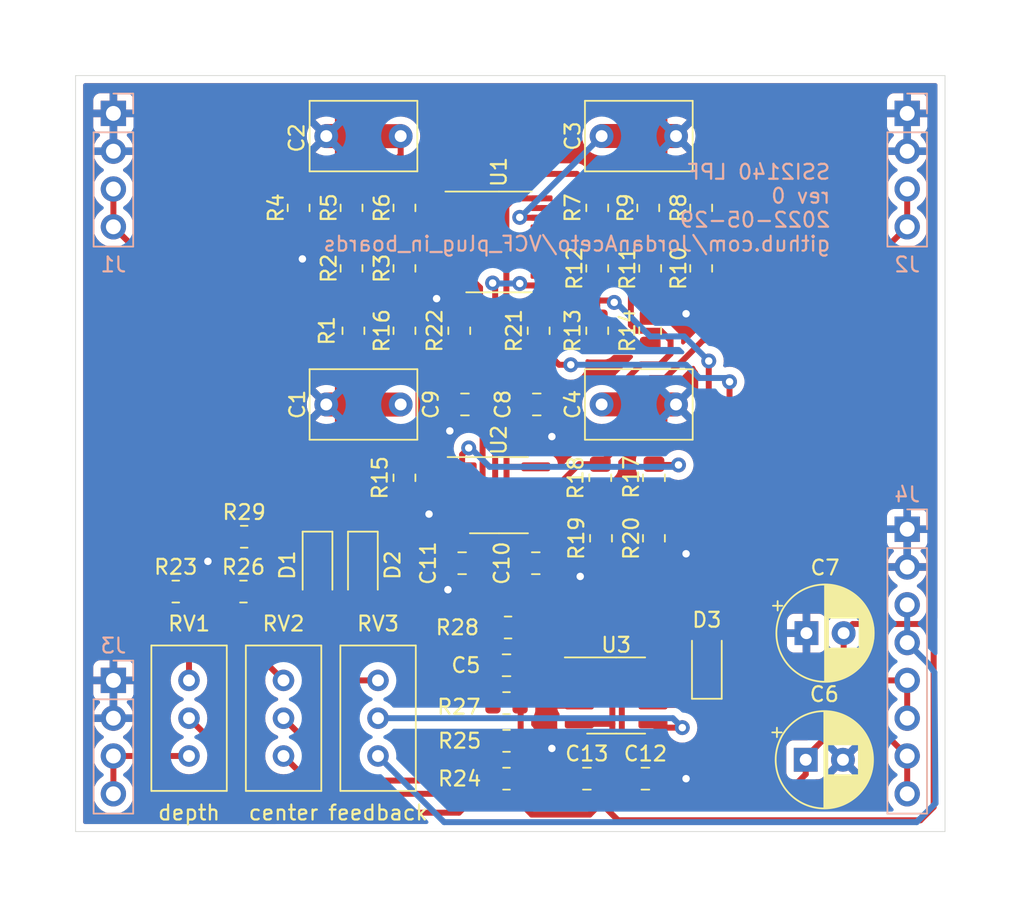
<source format=kicad_pcb>
(kicad_pcb (version 20211014) (generator pcbnew)
  (title_block (title "SSI2140 LPF") (date "2022-05-29") (rev "0") (comment 1 "creativecommons.org/licenses/by/4.0/") (comment 2 "License: CC by 4.0") (comment 3 "Author: Jordan Aceto"))
  (layers (0 "F.Cu" signal) (31 "B.Cu" signal) (34 "B.Paste" user) (35 "F.Paste" user) (36 "B.SilkS" user "B.Silkscreen") (37 "F.SilkS" user "F.Silkscreen") (38 "B.Mask" user) (39 "F.Mask" user) (44 "Edge.Cuts" user))
  (net 0 "")
  (net 1 "+12V")
  (net 2 "GND")
  (net 3 "-12V")
  (net 4 "Net-(C1-Pad1)")
  (net 5 "Net-(C2-Pad1)")
  (net 6 "Net-(C3-Pad1)")
  (net 7 "Net-(C4-Pad1)")
  (net 8 "Net-(RV3-Pad2)")
  (net 9 "Net-(C5-Pad1)")
  (net 10 "Net-(C5-Pad2)")
  (net 11 "Net-(D1-Pad1)")
  (net 12 "/CV_scalers/SCALED_CUTOFF_CV_OUT")
  (net 13 "/CV_scalers/SCALED_FEEDBACK_CV_OUT")
  (net 14 "Net-(D3-Pad2)")
  (net 15 "/VCF_core/DRY_IN")
  (net 16 "/VCF_core/WET_OUT")
  (net 17 "/CV_scalers/RAW_CUTOFF_CV_IN")
  (net 18 "/CV_scalers/RAW_FEEDBACK_CV_IN")
  (net 19 "Net-(R5-Pad1)")
  (net 20 "Net-(R6-Pad2)")
  (net 21 "Net-(R8-Pad1)")
  (net 22 "Net-(R13-Pad2)")
  (net 23 "Net-(R3-Pad2)")
  (net 24 "Net-(R13-Pad1)")
  (net 25 "Net-(R10-Pad1)")
  (net 26 "Net-(R10-Pad2)")
  (net 27 "Net-(R15-Pad1)")
  (net 28 "Net-(R16-Pad2)")
  (net 29 "Net-(R17-Pad2)")
  (net 30 "Net-(R16-Pad1)")
  (net 31 "Net-(R19-Pad2)")
  (net 32 "Net-(R21-Pad1)")
  (net 33 "Net-(R22-Pad2)")
  (net 34 "Net-(R24-Pad1)")
  (net 35 "Net-(R26-Pad1)")
  (net 36 "Net-(R23-Pad1)")
  (net 37 "Net-(R25-Pad1)")
  (net 38 "Net-(R29-Pad1)")
  (footprint "custom_footprints:timing_cap_dual_fp" (layer "F.Cu") (at 113.284 88.138 180)
    (fp_text reference "C1")
    (fp_text value "220p")
  )
  (footprint "Capacitor_SMD:C_0805_2012Metric" (layer "F.Cu") (at 117.414 98.806)
    (fp_text reference "C11")
    (fp_text value "100n")
  )
  (footprint "Capacitor_SMD:C_0805_2012Metric" (layer "F.Cu") (at 122.362 98.806)
    (fp_text reference "C10")
    (fp_text value "100n")
  )
  (footprint "Resistor_SMD:R_0805_2012Metric" (layer "F.Cu") (at 102.7195 100.711 180)
    (fp_text reference "R26")
    (fp_text value "10k")
  )
  (footprint "Capacitor_SMD:C_0805_2012Metric" (layer "F.Cu") (at 117.602 88.138)
    (fp_text reference "C9")
    (fp_text value "100n")
  )
  (footprint "Resistor_SMD:R_0805_2012Metric" (layer "F.Cu") (at 113.538 93.0656 90)
    (fp_text reference "R15")
    (fp_text value "10k")
  )
  (footprint "custom_footprints:timing_cap_dual_fp" (layer "F.Cu") (at 113.284 70.104 180)
    (fp_text reference "C2")
    (fp_text value "220p")
  )
  (footprint "Resistor_SMD:R_0805_2012Metric" (layer "F.Cu") (at 110.109 83.185 90)
    (fp_text reference "R1")
    (fp_text value "10k")
  )
  (footprint "Resistor_SMD:R_0805_2012Metric" (layer "F.Cu") (at 130.048 83.185 90)
    (fp_text reference "R14")
    (fp_text value "1k")
  )
  (footprint "Resistor_SMD:R_0805_2012Metric" (layer "F.Cu") (at 126.492 78.994 -90)
    (fp_text reference "R12")
    (fp_text value "10k")
  )
  (footprint "Resistor_SMD:R_0805_2012Metric" (layer "F.Cu") (at 113.538 78.994 90)
    (fp_text reference "R3")
    (fp_text value "10k")
  )
  (footprint "Capacitor_SMD:C_0805_2012Metric" (layer "F.Cu") (at 120.396 105.664 180)
    (fp_text reference "C5")
    (fp_text value "100p")
  )
  (footprint "Capacitor_THT:CP_Radial_D6.3mm_P2.50mm" (layer "F.Cu") (at 140.549621 103.505)
    (fp_text reference "C7")
    (fp_text value "10u")
  )
  (footprint "Diode_SMD:D_SOD-123" (layer "F.Cu") (at 107.696 98.934 -90)
    (fp_text reference "D1")
    (fp_text value "3z3")
  )
  (footprint "Diode_SMD:D_SOD-123" (layer "F.Cu") (at 110.744 98.934 -90)
    (fp_text reference "D2")
    (fp_text value "1N4148W")
  )
  (footprint "Resistor_SMD:R_0805_2012Metric" (layer "F.Cu") (at 98.171 100.711 180)
    (fp_text reference "R23")
    (fp_text value "10k")
  )
  (footprint "Resistor_SMD:R_0805_2012Metric" (layer "F.Cu") (at 122.555 83.185 -90)
    (fp_text reference "R21")
    (fp_text value "6k8")
  )
  (footprint "Resistor_SMD:R_0805_2012Metric" (layer "F.Cu") (at 109.982 78.994 90)
    (fp_text reference "R2")
    (fp_text value "200")
  )
  (footprint "Resistor_SMD:R_0805_2012Metric" (layer "F.Cu") (at 129.921 74.93 -90)
    (fp_text reference "R9")
    (fp_text value "10k")
  )
  (footprint "Capacitor_SMD:C_0805_2012Metric" (layer "F.Cu") (at 122.428 88.138)
    (fp_text reference "C8")
    (fp_text value "100n")
  )
  (footprint "Potentiometer_THT:Potentiometer_Bourns_3296W_Vertical" (layer "F.Cu") (at 99.06 106.68 90)
    (fp_text reference "RV1")
    (fp_text value "10k")
  )
  (footprint "Package_SO:TSSOP-20_4.4x6.5mm_P0.65mm" (layer "F.Cu") (at 119.888 77.216)
    (fp_text reference "U1")
    (fp_text value "SSI2140")
  )
  (footprint "Resistor_SMD:R_0805_2012Metric" (layer "F.Cu") (at 126.492 74.93 -90)
    (fp_text reference "R7")
    (fp_text value "10k")
  )
  (footprint "Resistor_SMD:R_0805_2012Metric" (layer "F.Cu") (at 133.477 74.93 -90)
    (fp_text reference "R8")
    (fp_text value "200")
  )
  (footprint "Capacitor_SMD:C_0805_2012Metric" (layer "F.Cu") (at 125.796 113.284)
    (fp_text reference "C13")
    (fp_text value "100n")
  )
  (footprint "Package_SO:SOIC-8_3.9x4.9mm_P1.27mm" (layer "F.Cu") (at 127.762 107.696)
    (fp_text reference "U3")
    (fp_text value "TL072")
  )
  (footprint "Potentiometer_THT:Potentiometer_Bourns_3296W_Vertical" (layer "F.Cu") (at 111.76 106.68 90)
    (fp_text reference "RV3")
    (fp_text value "10k")
  )
  (footprint "Resistor_SMD:R_0805_2012Metric" (layer "F.Cu") (at 102.7665 97.028 180)
    (fp_text reference "R29")
    (fp_text value "10k")
  )
  (footprint "custom_footprints:timing_cap_dual_fp" (layer "F.Cu") (at 126.786 70.104)
    (fp_text reference "C3")
    (fp_text value "220p")
  )
  (footprint "Resistor_SMD:R_0805_2012Metric" (layer "F.Cu") (at 126.746 97.1296 90)
    (fp_text reference "R19")
    (fp_text value "10k")
  )
  (footprint "Capacitor_THT:CP_Radial_D6.3mm_P2.50mm" (layer "F.Cu") (at 140.502 112.014)
    (fp_text reference "C6")
    (fp_text value "10u")
  )
  (footprint "Resistor_SMD:R_0805_2012Metric" (layer "F.Cu") (at 113.538 83.185 -90)
    (fp_text reference "R16")
    (fp_text value "10k")
  )
  (footprint "Resistor_SMD:R_0805_2012Metric" (layer "F.Cu") (at 130.302 97.1296 -90)
    (fp_text reference "R20")
    (fp_text value "10k")
  )
  (footprint "Resistor_SMD:R_0805_2012Metric" (layer "F.Cu") (at 120.396 108.204 180)
    (fp_text reference "R27")
    (fp_text value "200k")
  )
  (footprint "Resistor_SMD:R_0805_2012Metric" (layer "F.Cu") (at 106.426 74.93 90)
    (fp_text reference "R4")
    (fp_text value "10k")
  )
  (footprint "Diode_SMD:D_SOD-123" (layer "F.Cu") (at 133.858 105.664 90)
    (fp_text reference "D3")
    (fp_text value "1N4148W")
  )
  (footprint "Resistor_SMD:R_0805_2012Metric" (layer "F.Cu") (at 120.396 113.284)
    (fp_text reference "R24")
    (fp_text value "33k")
  )
  (footprint "Package_SO:SOIC-8_3.9x4.9mm_P1.27mm" (layer "F.Cu") (at 119.888 94.234)
    (fp_text reference "U2")
    (fp_text value "TL072")
  )
  (footprint "custom_footprints:timing_cap_dual_fp" (layer "F.Cu") (at 126.786 88.138)
    (fp_text reference "C4")
    (fp_text value "220p")
  )
  (footprint "Potentiometer_THT:Potentiometer_Bourns_3296W_Vertical" (layer "F.Cu") (at 105.41 106.68 90)
    (fp_text reference "RV2")
    (fp_text value "10k")
  )
  (footprint "Capacitor_SMD:C_0805_2012Metric" (layer "F.Cu") (at 129.728 113.284)
    (fp_text reference "C12")
    (fp_text value "100n")
  )
  (footprint "Resistor_SMD:R_0805_2012Metric" (layer "F.Cu") (at 109.982 74.93 90)
    (fp_text reference "R5")
    (fp_text value "200")
  )
  (footprint "Resistor_SMD:R_0805_2012Metric" (layer "F.Cu") (at 130.302 93.0656 -90)
    (fp_text reference "R17")
    (fp_text value "10k")
  )
  (footprint "Resistor_SMD:R_0805_2012Metric" (layer "F.Cu") (at 126.6952 93.0656 90)
    (fp_text reference "R18")
    (fp_text value "10k")
  )
  (footprint "Resistor_SMD:R_0805_2012Metric" (layer "F.Cu") (at 113.538 74.93 90)
    (fp_text reference "R6")
    (fp_text value "10k")
  )
  (footprint "Resistor_SMD:R_0805_2012Metric" (layer "F.Cu") (at 117.221 83.185 90)
    (fp_text reference "R22")
    (fp_text value "56k")
  )
  (footprint "Resistor_SMD:R_0805_2012Metric" (layer "F.Cu") (at 120.4995 103.124)
    (fp_text reference "R28")
    (fp_text value "1k")
  )
  (footprint "Resistor_SMD:R_0805_2012Metric" (layer "F.Cu") (at 130.048 78.994 -90)
    (fp_text reference "R11")
    (fp_text value "200")
  )
  (footprint "Resistor_SMD:R_0805_2012Metric" (layer "F.Cu") (at 133.477 78.994 -90)
    (fp_text reference "R10")
    (fp_text value "10k")
  )
  (footprint "Resistor_SMD:R_0805_2012Metric" (layer "F.Cu") (at 120.396 110.744)
    (fp_text reference "R25")
    (fp_text value "200k")
  )
  (footprint "Resistor_SMD:R_0805_2012Metric" (layer "F.Cu") (at 126.492 83.185 -90)
    (fp_text reference "R13")
    (fp_text value "8k2")
  )
  (footprint "Connector_PinHeader_2.54mm:PinHeader_1x04_P2.54mm_Vertical" (layer "B.Cu") (at 93.98 68.58 180)
    (fp_text reference "J1")
    (fp_text value "signal_input")
  )
  (footprint "Connector_PinHeader_2.54mm:PinHeader_1x04_P2.54mm_Vertical" (layer "B.Cu") (at 93.98 106.68 180)
    (fp_text reference "J3")
    (fp_text value "cutoff_CV_input")
  )
  (footprint "Connector_PinHeader_2.54mm:PinHeader_1x04_P2.54mm_Vertical" (layer "B.Cu") (at 147.32 68.58 180)
    (fp_text reference "J2")
    (fp_text value "signal_output")
  )
  (footprint "Connector_PinHeader_2.54mm:PinHeader_1x08_P2.54mm_Vertical" (layer "B.Cu") (at 147.32 96.52 180)
    (fp_text reference "J4")
    (fp_text value "feedback_CV_and_PS")
  )
  (gr_line (start 149.86 66.04) (end 91.44 66.04) (layer "Edge.Cuts") (width 0.05))
  (gr_line (start 91.44 116.84) (end 149.86 116.84) (layer "Edge.Cuts") (width 0.05))
  (gr_line (start 149.86 116.84) (end 149.86 66.04) (layer "Edge.Cuts") (width 0.05))
  (gr_line (start 91.44 66.04) (end 91.44 116.84) (layer "Edge.Cuts") (width 0.05))
  (gr_text "SSI2140 LPF\nrev 0\n2022-05-29\ngithub.com/JordanAceto/VCF_plug_in_boards" (at 142.24 74.93) (layer "B.SilkS") (effects (font (size 1 1)) (justify left mirror)))
  (gr_text "feedback" (at 111.76 115.57) (layer "F.SilkS") (effects (font (size 1 1))))
  (gr_text "depth" (at 99.06 115.57) (layer "F.SilkS") (effects (font (size 1 1))))
  (gr_text "center" (at 105.41 115.57) (layer "F.SilkS") (effects (font (size 1 1))))
  (segment (start 125.222 101.727) (end 123.698 101.727) (width 0.4) (layer "F.Cu") (net 1))
  (segment (start 120.523 92.329) (end 122.363 92.329) (width 0.4) (layer "F.Cu") (net 1))
  (segment (start 121.412 98.806) (end 120.396 97.79) (width 0.4) (layer "F.Cu") (net 1))
  (segment (start 128.143 112.649) (end 128.143 105.791) (width 0.4) (layer "F.Cu") (net 1))
  (segment (start 142.113 110.236) (end 140.502 111.847) (width 0.4) (layer "F.Cu") (net 1))
  (segment (start 128.143 104.648) (end 125.222 101.727) (width 0.4) (layer "F.Cu") (net 1))
  (segment (start 120.396 88.138) (end 120.385499 88.127499) (width 0.4) (layer "F.Cu") (net 1))
  (segment (start 140.502 112.99) (end 138.303 115.189) (width 0.4) (layer "F.Cu") (net 1))
  (segment (start 120.396 97.79) (end 120.396 92.202) (width 0.4) (layer "F.Cu") (net 1))
  (segment (start 140.502 112.014) (end 140.502 112.99) (width 0.4) (layer "F.Cu") (net 1))
  (segment (start 120.385499 88.127499) (end 120.385499 74.813501) (width 0.4) (layer "F.Cu") (net 1))
  (segment (start 121.412 99.441) (end 121.412 98.806) (width 0.4) (layer "F.Cu") (net 1))
  (segment (start 147.32 111.76) (end 145.796 110.236) (width 0.4) (layer "F.Cu") (net 1))
  (segment (start 129.413 115.189) (end 128.778 114.554) (width 0.4) (layer "F.Cu") (net 1))
  (segment (start 120.396 92.202) (end 120.523 92.329) (width 0.4) (layer "F.Cu") (net 1))
  (segment (start 138.303 115.189) (end 129.413 115.189) (width 0.4) (layer "F.Cu") (net 1))
  (segment (start 123.698 101.727) (end 121.412 99.441) (width 0.4) (layer "F.Cu") (net 1))
  (segment (start 120.908 74.291) (end 122.7505 74.291) (width 0.4) (layer "F.Cu") (net 1))
  (segment (start 120.385499 74.813501) (end 120.908 74.291) (width 0.4) (layer "F.Cu") (net 1))
  (segment (start 128.778 114.554) (end 128.778 113.284) (width 0.4) (layer "F.Cu") (net 1))
  (segment (start 128.778 113.284) (end 128.143 112.649) (width 0.4) (layer "F.Cu") (net 1))
  (segment (start 128.143 105.791) (end 128.143 104.648) (width 0.4) (layer "F.Cu") (net 1))
  (segment (start 145.796 110.236) (end 142.113 110.236) (width 0.4) (layer "F.Cu") (net 1))
  (segment (start 147.32 111.76) (end 147.32 114.3) (width 0.4) (layer "F.Cu") (net 1))
  (segment (start 120.396 92.202) (end 120.396 88.138) (width 0.4) (layer "F.Cu") (net 1))
  (segment (start 140.502 111.847) (end 140.502 112.014) (width 0.4) (layer "F.Cu") (net 1))
  (segment (start 120.396 88.138) (end 121.478 88.138) (width 0.4) (layer "F.Cu") (net 1))
  (segment (start 130.237 105.791) (end 128.143 105.791) (width 0.4) (layer "F.Cu") (net 1))
  (segment (start 117.0255 80.141) (end 116.582 80.141) (width 0.4) (layer "F.Cu") (net 2))
  (segment (start 116.582 80.141) (end 115.697 81.026) (width 0.4) (layer "F.Cu") (net 2))
  (via (at 132.461 82.042) (size 1) (drill 0.5) (layers "F.Cu" "B.Cu") (net 2))
  (via (at 123.444 111.252) (size 1) (drill 0.5) (layers "F.Cu" "B.Cu") (net 2))
  (via (at 123.444 90.297) (size 1) (drill 0.5) (layers "F.Cu" "B.Cu") (net 2))
  (via (at 116.459 100.584) (size 1) (drill 0.5) (layers "F.Cu" "B.Cu") (net 2))
  (via (at 106.68 78.359) (size 1) (drill 0.5) (layers "F.Cu" "B.Cu") (net 2))
  (via (at 116.586 89.916) (size 1) (drill 0.5) (layers "F.Cu" "B.Cu") (net 2))
  (via (at 115.189 95.504) (size 1) (drill 0.5) (layers "F.Cu" "B.Cu") (net 2))
  (via (at 132.461 113.284) (size 1) (drill 0.5) (layers "F.Cu" "B.Cu") (net 2))
  (via (at 115.697 81.026) (size 1) (drill 0.5) (layers "F.Cu" "B.Cu") (net 2))
  (via (at 100.33 98.679) (size 1) (drill 0.5) (layers "F.Cu" "B.Cu") (net 2))
  (via (at 132.461 98.171) (size 1) (drill 0.5) (layers "F.Cu" "B.Cu") (net 2))
  (via (at 125.349 99.695) (size 1) (drill 0.5) (layers "F.Cu" "B.Cu") (net 2))
  (segment (start 120.39648 112.565441) (end 120.39648 114.003039) (width 0.4) (layer "F.Cu") (net 3))
  (segment (start 148.209 116.078) (end 127.889 116.078) (width 0.4) (layer "F.Cu") (net 3))
  (segment (start 143.664132 102.890489) (end 148.483489 102.890489) (width 0.4) (layer "F.Cu") (net 3))
  (segment (start 119.634 80.151289) (end 119.462458 79.979747) (width 0.4) (layer "F.Cu") (net 3))
  (segment (start 147.32 106.68) (end 147.32 109.22) (width 0.4) (layer "F.Cu") (net 3))
  (segment (start 149.098 115.189) (end 148.209 116.078) (width 0.4) (layer "F.Cu") (net 3))
  (segment (start 118.491 98.933) (end 118.364 98.806) (width 0.4) (layer "F.Cu") (net 3))
  (segment (start 127.508 109.601) (end 125.287 109.601) (width 0.4) (layer "F.Cu") (net 3))
  (segment (start 143.049621 103.505) (end 143.664132 102.890489) (width 0.4) (layer "F.Cu") (net 3))
  (segment (start 118.679 88.011) (end 118.552 88.138) (width 0.4) (layer "F.Cu") (net 3))
  (segment (start 119.634 98.933) (end 118.491 98.933) (width 0.4) (layer "F.Cu") (net 3))
  (segment (start 116.836441 114.3) (end 118.951961 112.18448) (width 0.4) (layer "F.Cu") (net 3))
  (segment (start 121.416 80.141) (end 122.7505 80.141) (width 0.4) (layer "F.Cu") (net 3))
  (segment (start 143.049621 105.076621) (end 143.049621 103.505) (width 0.4) (layer "F.Cu") (net 3))
  (segment (start 107.95 114.3) (end 116.836441 114.3) (width 0.4) (layer "F.Cu") (net 3))
  (segment (start 120.015519 112.18448) (end 120.39648 112.565441) (width 0.4) (layer "F.Cu") (net 3))
  (segment (start 120.39648 114.003039) (end 122.090441 115.697) (width 0.4) (layer "F.Cu") (net 3))
  (segment (start 117.413 96.139) (end 118.237 96.139) (width 0.4) (layer "F.Cu") (net 3))
  (segment (start 127.508 112.522) (end 127.508 109.601) (width 0.4) (layer "F.Cu") (net 3))
  (segment (start 125.095 102.489) (end 127.508 104.902) (width 0.4) (layer "F.Cu") (net 3))
  (segment (start 105.41 111.76) (end 107.95 114.3) (width 0.4) (layer "F.Cu") (net 3))
  (segment (start 144.653 106.68) (end 143.049621 105.076621) (width 0.4) (layer "F.Cu") (net 3))
  (segment (start 119.634 88.011) (end 119.634 80.151289) (width 0.4) (layer "F.Cu") (net 3))
  (segment (start 118.364 96.266) (end 118.364 98.806) (width 0.4) (layer "F.Cu") (net 3))
  (segment (start 121.285 80.01) (end 121.416 80.141) (width 0.4) (layer "F.Cu") (net 3))
  (segment (start 125.095 102.489) (end 123.19 102.489) (width 0.4) (layer "F.Cu") (net 3))
  (segment (start 122.090441 115.697) (end 125.984 115.697) (width 0.4) (layer "F.Cu") (net 3))
  (segment (start 119.634 98.933) (end 119.634 88.011) (width 0.4) (layer "F.Cu") (net 3))
  (segment (start 148.483489 102.890489) (end 149.098 103.505) (width 0.4) (layer "F.Cu") (net 3))
  (segment (start 126.746 113.284) (end 127.508 112.522) (width 0.4) (layer "F.Cu") (net 3))
  (segment (start 123.19 102.489) (end 119.634 98.933) (width 0.4) (layer "F.Cu") (net 3))
  (segment (start 118.951961 112.18448) (end 120.015519 112.18448) (width 0.4) (layer "F.Cu") (net 3))
  (segment (start 149.098 103.505) (end 149.098 115.189) (width 0.4) (layer "F.Cu") (net 3))
  (segment (start 147.32 106.68) (end 144.653 106.68) (width 0.4) (layer "F.Cu") (net 3))
  (segment (start 127.889 116.078) (end 126.746 114.935) (width 0.4) (layer "F.Cu") (net 3))
  (segment (start 118.237 96.139) (end 118.364 96.266) (width 0.4) (layer "F.Cu") (net 3))
  (segment (start 125.984 115.697) (end 126.746 114.935) (width 0.4) (layer "F.Cu") (net 3))
  (segment (start 119.634 88.011) (end 118.679 88.011) (width 0.4) (layer "F.Cu") (net 3))
  (segment (start 127.508 109.601) (end 127.508 104.902) (width 0.4) (layer "F.Cu") (net 3))
  (segment (start 126.746 114.935) (end 126.746 113.284) (width 0.4) (layer "F.Cu") (net 3))
  (via (at 121.285 80.01) (size 1) (drill 0.5) (layers "F.Cu" "B.Cu") (net 3))
  (via (at 119.462458 79.979747) (size 1) (drill 0.5) (layers "F.Cu" "B.Cu") (net 3))
  (segment (start 119.492711 80.01) (end 119.462458 79.979747) (width 0.4) (layer "B.Cu") (net 3))
  (segment (start 121.285 80.01) (end 119.492711 80.01) (width 0.4) (layer "B.Cu") (net 3))
  (segment (start 108.88248 79.374961) (end 108.88248 82.677039) (width 0.4) (layer "F.Cu") (net 4))
  (segment (start 114.63752 77.640494) (end 114.63752 78.613039) (width 0.4) (layer "F.Cu") (net 4))
  (segment (start 114.257039 78.99352) (end 109.263921 78.99352) (width 0.4) (layer "F.Cu") (net 4))
  (segment (start 114.63752 78.613039) (end 114.257039 78.99352) (width 0.4) (layer "F.Cu") (net 4))
  (segment (start 109.390921 83.18548) (end 110.87148 83.18548) (width 0.4) (layer "F.Cu") (net 4))
  (segment (start 109.263921 78.99352) (end 108.88248 79.374961) (width 0.4) (layer "F.Cu") (net 4))
  (segment (start 108.88248 82.677039) (end 109.390921 83.18548) (width 0.4) (layer "F.Cu") (net 4))
  (segment (start 117.0255 76.891) (end 115.387014 76.891) (width 0.4) (layer "F.Cu") (net 4))
  (segment (start 111.8235 84.1375) (end 111.8235 88.138) (width 0.4) (layer "F.Cu") (net 4))
  (segment (start 110.87148 83.18548) (end 111.8235 84.1375) (width 0.4) (layer "F.Cu") (net 4))
  (segment (start 115.387014 76.891) (end 114.63752 77.640494) (width 0.4) (layer "F.Cu") (net 4))
  (segment (start 112.43848 72.21952) (end 113.284 71.374) (width 0.4) (layer "F.Cu") (net 5))
  (segment (start 112.43848 74.549039) (end 112.43848 72.21952) (width 0.4) (layer "F.Cu") (net 5))
  (segment (start 113.284 71.374) (end 113.284 70.104) (width 0.4) (layer "F.Cu") (net 5))
  (segment (start 117.0255 74.941) (end 117.01402 74.92952) (width 0.4) (layer "F.Cu") (net 5))
  (segment (start 117.01402 74.92952) (end 112.818961 74.92952) (width 0.4) (layer "F.Cu") (net 5))
  (segment (start 112.818961 74.92952) (end 112.43848 74.549039) (width 0.4) (layer "F.Cu") (net 5))
  (segment (start 121.311 75.591) (end 121.285 75.565) (width 0.4) (layer "F.Cu") (net 6))
  (segment (start 122.7505 75.591) (end 121.311 75.591) (width 0.4) (layer "F.Cu") (net 6))
  (via (at 121.285 75.565) (size 1) (drill 0.5) (layers "F.Cu" "B.Cu") (net 6))
  (segment (start 121.325 75.565) (end 126.786 70.104) (width 0.4) (layer "B.Cu") (net 6))
  (segment (start 121.285 75.565) (end 121.325 75.565) (width 0.4) (layer "B.Cu") (net 6))
  (segment (start 128.3208 87.4223) (end 127.6115 88.1316) (width 0.4) (layer "F.Cu") (net 7))
  (segment (start 125.39248 78.613039) (end 125.772961 78.99352) (width 0.4) (layer "F.Cu") (net 7))
  (segment (start 130.767039 83.18548) (end 131.4196 83.838041) (width 0.4) (layer "F.Cu") (net 7))
  (segment (start 127.210079 78.99352) (end 128.7526 80.536041) (width 0.4) (layer "F.Cu") (net 7))
  (segment (start 129.4384 85.4456) (end 128.3208 86.5632) (width 0.4) (layer "F.Cu") (net 7))
  (segment (start 124.784986 77.541) (end 125.39248 78.148494) (width 0.4) (layer "F.Cu") (net 7))
  (segment (start 125.772961 78.99352) (end 127.210079 78.99352) (width 0.4) (layer "F.Cu") (net 7))
  (segment (start 125.39248 78.148494) (end 125.39248 78.613039) (width 0.4) (layer "F.Cu") (net 7))
  (segment (start 130.7084 85.4456) (end 129.4384 85.4456) (width 0.4) (layer "F.Cu") (net 7))
  (segment (start 128.3208 86.5632) (end 128.3208 87.4223) (width 0.4) (layer "F.Cu") (net 7))
  (segment (start 128.7526 80.536041) (end 128.7526 82.804) (width 0.4) (layer "F.Cu") (net 7))
  (segment (start 131.4196 83.838041) (end 131.4196 84.7344) (width 0.4) (layer "F.Cu") (net 7))
  (segment (start 131.4196 84.7344) (end 130.7084 85.4456) (width 0.4) (layer "F.Cu") (net 7))
  (segment (start 128.7526 82.804) (end 129.13408 83.18548) (width 0.4) (layer "F.Cu") (net 7))
  (segment (start 122.7505 77.541) (end 124.784986 77.541) (width 0.4) (layer "F.Cu") (net 7))
  (segment (start 129.13408 83.18548) (end 130.767039 83.18548) (width 0.4) (layer "F.Cu") (net 7))
  (segment (start 130.491 109.855) (end 130.237 109.601) (width 0.4) (layer "F.Cu") (net 8))
  (segment (start 132.207 109.855) (end 130.491 109.855) (width 0.4) (layer "F.Cu") (net 8))
  (via (at 132.207 109.855) (size 1) (drill 0.5) (layers "F.Cu" "B.Cu") (net 8))
  (segment (start 131.572 109.22) (end 132.207 109.855) (width 0.4) (layer "B.Cu") (net 8))
  (segment (start 111.76 109.22) (end 131.572 109.22) (width 0.4) (layer "B.Cu") (net 8))
  (segment (start 121.346 106.873) (end 121.346 113.2465) (width 0.4) (layer "F.Cu") (net 9))
  (segment (start 121.346 113.2465) (end 121.3085 113.284) (width 0.4) (layer "F.Cu") (net 9))
  (segment (start 125.287 107.061) (end 121.534 107.061) (width 0.4) (layer "F.Cu") (net 9))
  (segment (start 121.534 107.061) (end 121.346 106.873) (width 0.4) (layer "F.Cu") (net 9))
  (segment (start 121.346 105.664) (end 121.346 106.873) (width 0.4) (layer "F.Cu") (net 9))
  (segment (start 122.301 104.394) (end 120.857 104.394) (width 0.4) (layer "F.Cu") (net 10))
  (segment (start 120.857 104.394) (end 119.587 103.124) (width 0.4) (layer "F.Cu") (net 10))
  (segment (start 123.698 105.791) (end 122.301 104.394) (width 0.4) (layer "F.Cu") (net 10))
  (segment (start 125.287 105.791) (end 123.698 105.791) (width 0.4) (layer "F.Cu") (net 10))
  (segment (start 119.4835 103.2275) (end 119.587 103.124) (width 0.4) (layer "F.Cu") (net 10))
  (segment (start 119.4835 108.204) (end 119.4835 103.2275) (width 0.4) (layer "F.Cu") (net 10))
  (segment (start 110.744 97.284) (end 107.696 97.284) (width 0.4) (layer "F.Cu") (net 11))
  (segment (start 106.045 98.933) (end 107.696 100.584) (width 0.4) (layer "F.Cu") (net 12))
  (segment (start 112.141 89.916) (end 106.045 96.012) (width 0.4) (layer "F.Cu") (net 12))
  (segment (start 109.728 102.616) (end 107.696 100.584) (width 0.4) (layer "F.Cu") (net 12))
  (segment (start 118.463941 102.616) (end 109.728 102.616) (width 0.4) (layer "F.Cu") (net 12))
  (segment (start 112.818961 83.18548) (end 112.43848 83.565961) (width 0.4) (layer "F.Cu") (net 12))
  (segment (start 113.792 89.916) (end 112.141 89.916) (width 0.4) (layer "F.Cu") (net 12))
  (segment (start 114.483511 87.051511) (end 114.483511 89.224489) (width 0.4) (layer "F.Cu") (net 12))
  (segment (start 106.045 96.012) (end 106.045 98.933) (width 0.4) (layer "F.Cu") (net 12))
  (segment (start 117.221 84.0975) (end 116.30898 83.18548) (width 0.4) (layer "F.Cu") (net 12))
  (segment (start 120.31248 102.02448) (end 119.055461 102.02448) (width 0.4) (layer "F.Cu") (net 12))
  (segment (start 114.483511 89.224489) (end 113.792 89.916) (width 0.4) (layer "F.Cu") (net 12))
  (segment (start 112.43848 83.565961) (end 112.43848 85.00648) (width 0.4) (layer "F.Cu") (net 12))
  (segment (start 121.412 103.124) (end 120.31248 102.02448) (width 0.4) (layer "F.Cu") (net 12))
  (segment (start 119.055461 102.02448) (end 118.463941 102.616) (width 0.4) (layer "F.Cu") (net 12))
  (segment (start 116.30898 83.18548) (end 112.818961 83.18548) (width 0.4) (layer "F.Cu") (net 12))
  (segment (start 112.43848 85.00648) (end 114.483511 87.051511) (width 0.4) (layer "F.Cu") (net 12))
  (segment (start 124.714 85.471) (end 123.9285 85.471) (width 0.4) (layer "F.Cu") (net 13))
  (segment (start 132.841 108.331) (end 133.858 107.314) (width 0.4) (layer "F.Cu") (net 13))
  (segment (start 133.858 107.314) (end 135.382 105.79) (width 0.4) (layer "F.Cu") (net 13))
  (segment (start 130.237 108.331) (end 132.841 108.331) (width 0.4) (layer "F.Cu") (net 13))
  (segment (start 123.9285 85.471) (end 122.555 84.0975) (width 0.4) (layer "F.Cu") (net 13))
  (segment (start 135.382 105.79) (end 135.382 86.614) (width 0.4) (layer "F.Cu") (net 13))
  (via (at 124.714 85.471) (size 1) (drill 0.5) (layers "F.Cu" "B.Cu") (net 13))
  (via (at 135.382 86.614) (size 1) (drill 0.5) (layers "F.Cu" "B.Cu") (net 13))
  (segment (start 132.461 85.471) (end 124.714 85.471) (width 0.4) (layer "B.Cu") (net 13))
  (segment (start 133.35 86.36) (end 132.461 85.471) (width 0.4) (layer "B.Cu") (net 13))
  (segment (start 135.128 86.36) (end 133.35 86.36) (width 0.4) (layer "B.Cu") (net 13))
  (segment (start 135.382 86.614) (end 135.128 86.36) (width 0.4) (layer "B.Cu") (net 13))
  (segment (start 130.237 107.061) (end 131.191 107.061) (width 0.4) (layer "F.Cu") (net 14))
  (segment (start 133.858 104.394) (end 133.858 104.014) (width 0.4) (layer "F.Cu") (net 14))
  (segment (start 131.191 107.061) (end 133.858 104.394) (width 0.4) (layer "F.Cu") (net 14))
  (segment (start 101.8775 84.0975) (end 93.98 76.2) (width 0.4) (layer "F.Cu") (net 15))
  (segment (start 93.98 73.66) (end 93.98 76.2) (width 0.4) (layer "F.Cu") (net 15))
  (segment (start 110.109 84.0975) (end 101.8775 84.0975) (width 0.4) (layer "F.Cu") (net 15))
  (segment (start 125.2709 92.1531) (end 126.6952 92.1531) (width 0.4) (layer "F.Cu") (net 16))
  (segment (start 139.7 83.82) (end 147.32 76.2) (width 0.4) (layer "F.Cu") (net 16))
  (segment (start 126.6952 92.1531) (end 129.28102 89.56728) (width 0.4) (layer "F.Cu") (net 16))
  (segment (start 123.825 93.599) (end 125.2709 92.1531) (width 0.4) (layer "F.Cu") (net 16))
  (segment (start 147.32 73.66) (end 147.32 76.2) (width 0.4) (layer "F.Cu") (net 16))
  (segment (start 129.28102 87.147971) (end 130.068991 86.36) (width 0.4) (layer "F.Cu") (net 16))
  (segment (start 131.064 86.36) (end 133.604 83.82) (width 0.4) (layer "F.Cu") (net 16))
  (segment (start 129.28102 89.56728) (end 129.28102 87.147971) (width 0.4) (layer "F.Cu") (net 16))
  (segment (start 122.363 93.599) (end 123.825 93.599) (width 0.4) (layer "F.Cu") (net 16))
  (segment (start 133.604 83.82) (end 139.7 83.82) (width 0.4) (layer "F.Cu") (net 16))
  (segment (start 130.068991 86.36) (end 131.064 86.36) (width 0.4) (layer "F.Cu") (net 16))
  (segment (start 99.06 111.76) (end 93.98 111.76) (width 0.4) (layer "F.Cu") (net 17))
  (segment (start 93.98 114.3) (end 93.98 111.76) (width 0.4) (layer "F.Cu") (net 17))
  (segment (start 149.225 114.935) (end 149.1488 106.1466) (width 0.4) (layer "B.Cu") (net 18))
  (segment (start 149.1488 106.1466) (end 148.717 105.537) (width 0.4) (layer "B.Cu") (net 18))
  (segment (start 111.76 111.76) (end 116.205 116.205) (width 0.4) (layer "B.Cu") (net 18))
  (segment (start 148.717 105.537) (end 147.32 104.14) (width 0.4) (layer "B.Cu") (net 18))
  (segment (start 147.955 116.205) (end 149.225 114.935) (width 0.4) (layer "B.Cu") (net 18))
  (segment (start 147.32 104.14) (end 147.32 101.6) (width 0.4) (layer "B.Cu") (net 18))
  (segment (start 116.205 116.205) (end 147.955 116.205) (width 0.4) (layer "B.Cu") (net 18))
  (segment (start 106.9105 74.0175) (end 106.426 74.0175) (width 0.4) (layer "F.Cu") (net 19))
  (segment (start 108.7355 75.8425) (end 106.9105 74.0175) (width 0.4) (layer "F.Cu") (net 19))
  (segment (start 109.982 75.8425) (end 108.7355 75.8425) (width 0.4) (layer "F.Cu") (net 19))
  (segment (start 110.2335 75.591) (end 109.982 75.8425) (width 0.4) (layer "F.Cu") (net 19))
  (segment (start 117.0255 75.591) (end 110.2335 75.591) (width 0.4) (layer "F.Cu") (net 19))
  (segment (start 117.0255 74.291) (end 113.8115 74.291) (width 0.4) (layer "F.Cu") (net 20))
  (segment (start 113.8115 74.291) (end 113.538 74.0175) (width 0.4) (layer "F.Cu") (net 20))
  (segment (start 117.0255 73.8555) (end 117.0255 74.291) (width 0.4) (layer "F.Cu") (net 20))
  (segment (start 126.492 74.0175) (end 125.1185 72.644) (width 0.4) (layer "F.Cu") (net 20))
  (segment (start 118.237 72.644) (end 117.0255 73.8555) (width 0.4) (layer "F.Cu") (net 20))
  (segment (start 125.1185 72.644) (end 118.237 72.644) (width 0.4) (layer "F.Cu") (net 20))
  (segment (start 128.096 75.8425) (end 129.921 74.0175) (width 0.4) (layer "F.Cu") (net 21))
  (segment (start 125.5905 74.941) (end 126.492 75.8425) (width 0.4) (layer "F.Cu") (net 21))
  (segment (start 122.7505 74.941) (end 125.5905 74.941) (width 0.4) (layer "F.Cu") (net 21))
  (segment (start 133.477 74.0175) (end 129.921 74.0175) (width 0.4) (layer "F.Cu") (net 21))
  (segment (start 126.492 75.8425) (end 128.096 75.8425) (width 0.4) (layer "F.Cu") (net 21))
  (segment (start 126.492 84.0975) (end 130.048 84.0975) (width 0.4) (layer "F.Cu") (net 22))
  (segment (start 123.976903 79.041978) (end 123.775925 78.841) (width 0.4) (layer "F.Cu") (net 22))
  (segment (start 124.968 79.974142) (end 124.035836 79.041978) (width 0.4) (layer "F.Cu") (net 22))
  (segment (start 126.492 84.0975) (end 124.968 82.5735) (width 0.4) (layer "F.Cu") (net 22))
  (segment (start 123.775925 78.841) (end 122.7505 78.841) (width 0.4) (layer "F.Cu") (net 22))
  (segment (start 124.035836 79.041978) (end 123.976903 79.041978) (width 0.4) (layer "F.Cu") (net 22))
  (segment (start 124.968 82.5735) (end 124.968 79.974142) (width 0.4) (layer "F.Cu") (net 22))
  (segment (start 115.189164 76.241) (end 113.538 77.892164) (width 0.4) (layer "F.Cu") (net 23))
  (segment (start 112.3677 76.9112) (end 107.4947 76.9112) (width 0.4) (layer "F.Cu") (net 23))
  (segment (start 107.4947 76.9112) (end 106.426 75.8425) (width 0.4) (layer "F.Cu") (net 23))
  (segment (start 113.538 77.892164) (end 113.538 78.0815) (width 0.4) (layer "F.Cu") (net 23))
  (segment (start 117.0255 76.241) (end 115.189164 76.241) (width 0.4) (layer "F.Cu") (net 23))
  (segment (start 113.538 78.0815) (end 112.3677 76.9112) (width 0.4) (layer "F.Cu") (net 23))
  (segment (start 124.792969 78.733133) (end 124.79297 78.861365) (width 0.4) (layer "F.Cu") (net 24))
  (segment (start 127.65898 97.12912) (end 131.021039 97.12912) (width 0.4) (layer "F.Cu") (net 24))
  (segment (start 125.838105 79.9065) (end 126.492 79.9065) (width 0.4) (layer "F.Cu") (net 24))
  (segment (start 127.508 81.153) (end 126.492 81.153) (width 0.4) (layer "F.Cu") (net 24))
  (segment (start 124.250836 78.191) (end 124.792969 78.733133) (width 0.4) (layer "F.Cu") (net 24))
  (segment (start 122.7505 78.191) (end 124.250836 78.191) (width 0.4) (layer "F.Cu") (net 24))
  (segment (start 124.79297 78.861365) (end 125.838105 79.9065) (width 0.4) (layer "F.Cu") (net 24))
  (segment (start 126.746 98.0421) (end 127.65898 97.12912) (width 0.4) (layer "F.Cu") (net 24))
  (segment (start 126.492 82.2725) (end 126.492 81.153) (width 0.4) (layer "F.Cu") (net 24))
  (segment (start 133.985 94.165159) (end 133.985 85.217) (width 0.4) (layer "F.Cu") (net 24))
  (segment (start 127.635 81.28) (end 127.508 81.153) (width 0.4) (layer "F.Cu") (net 24))
  (segment (start 131.021039 97.12912) (end 133.985 94.165159) (width 0.4) (layer "F.Cu") (net 24))
  (segment (start 126.492 81.153) (end 126.492 79.9065) (width 0.4) (layer "F.Cu") (net 24))
  (via (at 127.635 81.28) (size 1) (drill 0.5) (layers "F.Cu" "B.Cu") (net 24))
  (via (at 133.985 85.217) (size 1) (drill 0.5) (layers "F.Cu" "B.Cu") (net 24))
  (segment (start 130.048 83.566) (end 132.334 83.566) (width 0.4) (layer "B.Cu") (net 24))
  (segment (start 132.334 83.566) (end 133.985 85.217) (width 0.4) (layer "B.Cu") (net 24))
  (segment (start 127.635 81.28) (end 127.762 81.28) (width 0.4) (layer "B.Cu") (net 24))
  (segment (start 127.762 81.28) (end 130.048 83.566) (width 0.4) (layer "B.Cu") (net 24))
  (segment (start 129.921 75.8425) (end 131.238 75.8425) (width 0.4) (layer "F.Cu") (net 25))
  (segment (start 126.028672 77.089) (end 128.6745 77.089) (width 0.4) (layer "F.Cu") (net 25))
  (segment (start 125.180672 76.241) (end 126.028672 77.089) (width 0.4) (layer "F.Cu") (net 25))
  (segment (start 122.7505 76.241) (end 125.180672 76.241) (width 0.4) (layer "F.Cu") (net 25))
  (segment (start 131.238 75.8425) (end 133.477 78.0815) (width 0.4) (layer "F.Cu") (net 25))
  (segment (start 128.6745 77.089) (end 129.921 75.8425) (width 0.4) (layer "F.Cu") (net 25))
  (segment (start 133.477 79.9065) (end 131.873 79.9065) (width 0.4) (layer "F.Cu") (net 26))
  (segment (start 126.492 78.0815) (end 130.048 78.0815) (width 0.4) (layer "F.Cu") (net 26))
  (segment (start 131.873 79.9065) (end 130.048 78.0815) (width 0.4) (layer "F.Cu") (net 26))
  (segment (start 124.982836 76.891) (end 126.173336 78.0815) (width 0.4) (layer "F.Cu") (net 26))
  (segment (start 126.173336 78.0815) (end 126.492 78.0815) (width 0.4) (layer "F.Cu") (net 26))
  (segment (start 122.7505 76.891) (end 124.982836 76.891) (width 0.4) (layer "F.Cu") (net 26))
  (segment (start 117.65248 88.882039) (end 117.65248 85.54752) (width 0.4) (layer "F.Cu") (net 27))
  (segment (start 118.78752 90.017079) (end 117.65248 88.882039) (width 0.4) (layer "F.Cu") (net 27))
  (segment (start 117.413 93.599) (end 118.237 93.599) (width 0.4) (layer "F.Cu") (net 27))
  (segment (start 117.413 93.599) (end 113.9171 93.599) (width 0.4) (layer "F.Cu") (net 27))
  (segment (start 117.65248 85.54752) (end 118.618 84.582) (width 0.4) (layer "F.Cu") (net 27))
  (segment (start 118.618 84.582) (end 118.618 80.289573) (width 0.4) (layer "F.Cu") (net 27))
  (segment (start 118.237 93.599) (end 118.78752 93.04848) (width 0.4) (layer "F.Cu") (net 27))
  (segment (start 118.78752 93.04848) (end 118.78752 90.017079) (width 0.4) (layer "F.Cu") (net 27))
  (segment (start 113.9171 93.599) (end 113.538 93.9781) (width 0.4) (layer "F.Cu") (net 27))
  (segment (start 117.819427 79.491) (end 117.0255 79.491) (width 0.4) (layer "F.Cu") (net 27))
  (segment (start 118.618 80.289573) (end 117.819427 79.491) (width 0.4) (layer "F.Cu") (net 27))
  (segment (start 130.3509 92.202) (end 130.302 92.1531) (width 0.4) (layer "F.Cu") (net 28))
  (segment (start 117.413 92.329) (end 117.413 91.502) (width 0.4) (layer "F.Cu") (net 28))
  (segment (start 117.413 91.502) (end 117.856 91.059) (width 0.4) (layer "F.Cu") (net 28))
  (segment (start 131.953 92.202) (end 130.3509 92.202) (width 0.4) (layer "F.Cu") (net 28))
  (segment (start 115.083021 90.608079) (end 113.538 92.1531) (width 0.4) (layer "F.Cu") (net 28))
  (segment (start 115.083021 85.642521) (end 115.083021 90.608079) (width 0.4) (layer "F.Cu") (net 28))
  (segment (start 117.413 92.329) (end 113.7139 92.329) (width 0.4) (layer "F.Cu") (net 28))
  (segment (start 113.538 84.0975) (end 115.083021 85.642521) (width 0.4) (layer "F.Cu") (net 28))
  (segment (start 113.7139 92.329) (end 113.538 92.1531) (width 0.4) (layer "F.Cu") (net 28))
  (via (at 131.953 92.202) (size 1) (drill 0.5) (layers "F.Cu" "B.Cu") (net 28))
  (via (at 117.856 91.059) (size 1) (drill 0.5) (layers "F.Cu" "B.Cu") (net 28))
  (segment (start 117.856 91.059) (end 117.983 91.059) (width 0.4) (layer "B.Cu") (net 28))
  (segment (start 117.983 91.059) (end 119.253 92.329) (width 0.4) (layer "B.Cu") (net 28))
  (segment (start 131.826 92.329) (end 131.953 92.202) (width 0.4) (layer "B.Cu") (net 28))
  (segment (start 119.253 92.329) (end 131.826 92.329) (width 0.4) (layer "B.Cu") (net 28))
  (segment (start 130.302 93.9781) (end 126.6952 93.9781) (width 0.4) (layer "F.Cu") (net 29))
  (segment (start 125.8043 94.869) (end 126.6952 93.9781) (width 0.4) (layer "F.Cu") (net 29))
  (segment (start 122.363 94.869) (end 125.8043 94.869) (width 0.4) (layer "F.Cu") (net 29))
  (segment (start 117.0255 77.541) (end 115.58485 77.541) (width 0.4) (layer "F.Cu") (net 30))
  (segment (start 114.191895 79.9065) (end 113.538 79.9065) (width 0.4) (layer "F.Cu") (net 30))
  (segment (start 115.23703 78.861365) (end 114.191895 79.9065) (width 0.4) (layer "F.Cu") (net 30))
  (segment (start 113.538 82.2725) (end 113.538 79.9065) (width 0.4) (layer "F.Cu") (net 30))
  (segment (start 109.982 79.9065) (end 109.982 82.1455) (width 0.4) (layer "F.Cu") (net 30))
  (segment (start 109.982 79.9065) (end 113.538 79.9065) (width 0.4) (layer "F.Cu") (net 30))
  (segment (start 115.58485 77.541) (end 115.237031 77.888819) (width 0.4) (layer "F.Cu") (net 30))
  (segment (start 115.237031 77.888819) (end 115.23703 78.861365) (width 0.4) (layer "F.Cu") (net 30))
  (segment (start 109.982 82.1455) (end 110.109 82.2725) (width 0.4) (layer "F.Cu") (net 30))
  (segment (start 122.363 96.139) (end 126.6679 96.139) (width 0.4) (layer "F.Cu") (net 31))
  (segment (start 126.6679 96.139) (end 126.746 96.2171) (width 0.4) (layer "F.Cu") (net 31))
  (segment (start 126.746 96.2171) (end 130.302 96.2171) (width 0.4) (layer "F.Cu") (net 31))
  (segment (start 123.7215 82.2725) (end 124.368489 81.625511) (width 0.4) (layer "F.Cu") (net 32))
  (segment (start 124.368489 81.625511) (end 124.368489 80.315062) (width 0.4) (layer "F.Cu") (net 32))
  (segment (start 123.544427 79.491) (end 122.7505 79.491) (width 0.4) (layer "F.Cu") (net 32))
  (segment (start 122.555 82.2725) (end 123.7215 82.2725) (width 0.4) (layer "F.Cu") (net 32))
  (segment (start 124.368489 80.315062) (end 123.544427 79.491) (width 0.4) (layer "F.Cu") (net 32))
  (segment (start 115.836542 78.346458) (end 115.836542 79.109689) (width 0.4) (layer "F.Cu") (net 33))
  (segment (start 115.977 78.841) (end 115.951 78.867) (width 0.4) (layer "F.Cu") (net 33))
  (segment (start 115.992 78.191) (end 115.836542 78.346458) (width 0.4) (layer "F.Cu") (net 33))
  (segment (start 114.681 81.788) (end 115.1655 82.2725) (width 0.4) (layer "F.Cu") (net 33))
  (segment (start 114.681 80.265231) (end 114.681 81.788) (width 0.4) (layer "F.Cu") (net 33))
  (segment (start 115.1655 82.2725) (end 117.221 82.2725) (width 0.4) (layer "F.Cu") (net 33))
  (segment (start 117.0255 78.191) (end 115.992 78.191) (width 0.4) (layer "F.Cu") (net 33))
  (segment (start 115.836542 79.109689) (end 114.681 80.265231) (width 0.4) (layer "F.Cu") (net 33))
  (segment (start 117.0255 78.841) (end 115.977 78.841) (width 0.4) (layer "F.Cu") (net 33))
  (segment (start 117.1975 115.57) (end 119.4835 113.284) (width 0.4) (layer "F.Cu") (net 34))
  (segment (start 105.41 115.57) (end 117.1975 115.57) (width 0.4) (layer "F.Cu") (net 34))
  (segment (start 99.06 109.22) (end 105.41 115.57) (width 0.4) (layer "F.Cu") (net 34))
  (segment (start 103.632 100.711) (end 103.632 104.902) (width 0.4) (layer "F.Cu") (net 35))
  (segment (start 103.632 104.902) (end 105.41 106.68) (width 0.4) (layer "F.Cu") (net 35))
  (segment (start 99.06 100.7345) (end 99.06 106.68) (width 0.4) (layer "F.Cu") (net 36))
  (segment (start 99.0835 100.711) (end 99.06 100.7345) (width 0.4) (layer "F.Cu") (net 36))
  (segment (start 105.41 109.22) (end 109.601 113.411) (width 0.4) (layer "F.Cu") (net 37))
  (segment (start 116.8165 113.411) (end 119.4835 110.744) (width 0.4) (layer "F.Cu") (net 37))
  (segment (start 109.601 113.411) (end 116.8165 113.411) (width 0.4) (layer "F.Cu") (net 37))
  (segment (start 104.54402 103.52802) (end 107.696 106.68) (width 0.4) (layer "F.Cu") (net 38))
  (segment (start 103.679 97.028) (end 104.54402 97.89302) (width 0.4) (layer "F.Cu") (net 38))
  (segment (start 107.696 106.68) (end 111.76 106.68) (width 0.4) (layer "F.Cu") (net 38))
  (segment (start 104.54402 97.89302) (end 104.54402 103.52802) (width 0.4) (layer "F.Cu") (net 38))
  (zone (net 2) (net_name "GND") (layer "F.Cu") (connect_pads (clearance 0.508)) (min_thickness 0.254) (fill yes (thermal_gap 0.508) (thermal_bridge_width 0.508))
    (polygon (pts (xy 152.4 119.38) (xy 88.9 119.38) (xy 88.9 63.5) (xy 152.4 63.5)))
  )
  (zone (net 2) (net_name "GND") (layer "B.Cu") (connect_pads (clearance 0.508)) (min_thickness 0.254) (fill yes (thermal_gap 0.508) (thermal_bridge_width 0.508))
    (polygon (pts (xy 154.94 121.92) (xy 86.36 121.92) (xy 86.36 60.96) (xy 154.94 60.96)))
  )
)
</source>
